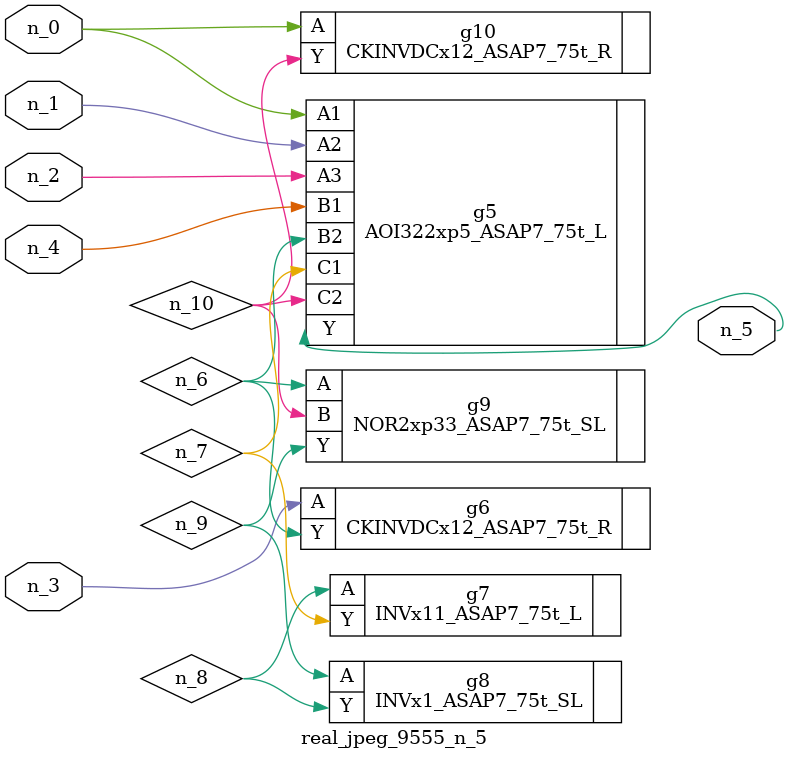
<source format=v>
module real_jpeg_9555_n_5 (n_4, n_0, n_1, n_2, n_3, n_5);

input n_4;
input n_0;
input n_1;
input n_2;
input n_3;

output n_5;

wire n_8;
wire n_6;
wire n_7;
wire n_10;
wire n_9;

AOI322xp5_ASAP7_75t_L g5 ( 
.A1(n_0),
.A2(n_1),
.A3(n_2),
.B1(n_4),
.B2(n_6),
.C1(n_7),
.C2(n_10),
.Y(n_5)
);

CKINVDCx12_ASAP7_75t_R g10 ( 
.A(n_0),
.Y(n_10)
);

CKINVDCx12_ASAP7_75t_R g6 ( 
.A(n_3),
.Y(n_6)
);

NOR2xp33_ASAP7_75t_SL g9 ( 
.A(n_6),
.B(n_10),
.Y(n_9)
);

INVx11_ASAP7_75t_L g7 ( 
.A(n_8),
.Y(n_7)
);

INVx1_ASAP7_75t_SL g8 ( 
.A(n_9),
.Y(n_8)
);


endmodule
</source>
